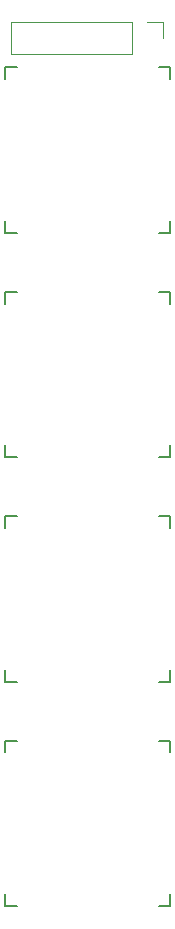
<source format=gto>
G04 #@! TF.GenerationSoftware,KiCad,Pcbnew,7.0.2*
G04 #@! TF.CreationDate,2023-05-08T17:21:18+01:00*
G04 #@! TF.ProjectId,heron,6865726f-6e2e-46b6-9963-61645f706362,rev?*
G04 #@! TF.SameCoordinates,Original*
G04 #@! TF.FileFunction,Legend,Top*
G04 #@! TF.FilePolarity,Positive*
%FSLAX46Y46*%
G04 Gerber Fmt 4.6, Leading zero omitted, Abs format (unit mm)*
G04 Created by KiCad (PCBNEW 7.0.2) date 2023-05-08 17:21:18*
%MOMM*%
%LPD*%
G01*
G04 APERTURE LIST*
%ADD10C,0.120000*%
%ADD11C,0.150000*%
G04 APERTURE END LIST*
D10*
G04 #@! TO.C,J1*
X161230000Y-31830000D02*
X151010000Y-31830000D01*
X163830000Y-29170000D02*
X163830000Y-30500000D01*
X161230000Y-29170000D02*
X151010000Y-29170000D01*
X151010000Y-29170000D02*
X151010000Y-31830000D01*
X161230000Y-29170000D02*
X161230000Y-31830000D01*
X162500000Y-29170000D02*
X163830000Y-29170000D01*
D11*
G04 #@! TO.C,SW1*
X150500000Y-34000000D02*
X150500000Y-33000000D01*
X150500000Y-47000000D02*
X151500000Y-47000000D01*
X151500000Y-33000000D02*
X150500000Y-33000000D01*
X150500000Y-47000000D02*
X150500000Y-46000000D01*
X164500000Y-46000000D02*
X164500000Y-47000000D01*
X164500000Y-33000000D02*
X163500000Y-33000000D01*
X163500000Y-47000000D02*
X164500000Y-47000000D01*
X164500000Y-33000000D02*
X164500000Y-34000000D01*
G04 #@! TO.C,SW4*
X164500000Y-103000000D02*
X164500000Y-104000000D01*
X164500000Y-90000000D02*
X163500000Y-90000000D01*
X163500000Y-104000000D02*
X164500000Y-104000000D01*
X164500000Y-90000000D02*
X164500000Y-91000000D01*
X150500000Y-91000000D02*
X150500000Y-90000000D01*
X150500000Y-104000000D02*
X151500000Y-104000000D01*
X151500000Y-90000000D02*
X150500000Y-90000000D01*
X150500000Y-104000000D02*
X150500000Y-103000000D01*
G04 #@! TO.C,SW3*
X164500000Y-84000000D02*
X164500000Y-85000000D01*
X164500000Y-71000000D02*
X163500000Y-71000000D01*
X163500000Y-85000000D02*
X164500000Y-85000000D01*
X164500000Y-71000000D02*
X164500000Y-72000000D01*
X150500000Y-72000000D02*
X150500000Y-71000000D01*
X150500000Y-85000000D02*
X151500000Y-85000000D01*
X151500000Y-71000000D02*
X150500000Y-71000000D01*
X150500000Y-85000000D02*
X150500000Y-84000000D01*
G04 #@! TO.C,SW2*
X150500000Y-53000000D02*
X150500000Y-52000000D01*
X150500000Y-66000000D02*
X151500000Y-66000000D01*
X151500000Y-52000000D02*
X150500000Y-52000000D01*
X150500000Y-66000000D02*
X150500000Y-65000000D01*
X164500000Y-65000000D02*
X164500000Y-66000000D01*
X164500000Y-52000000D02*
X163500000Y-52000000D01*
X163500000Y-66000000D02*
X164500000Y-66000000D01*
X164500000Y-52000000D02*
X164500000Y-53000000D01*
G04 #@! TD*
M02*

</source>
